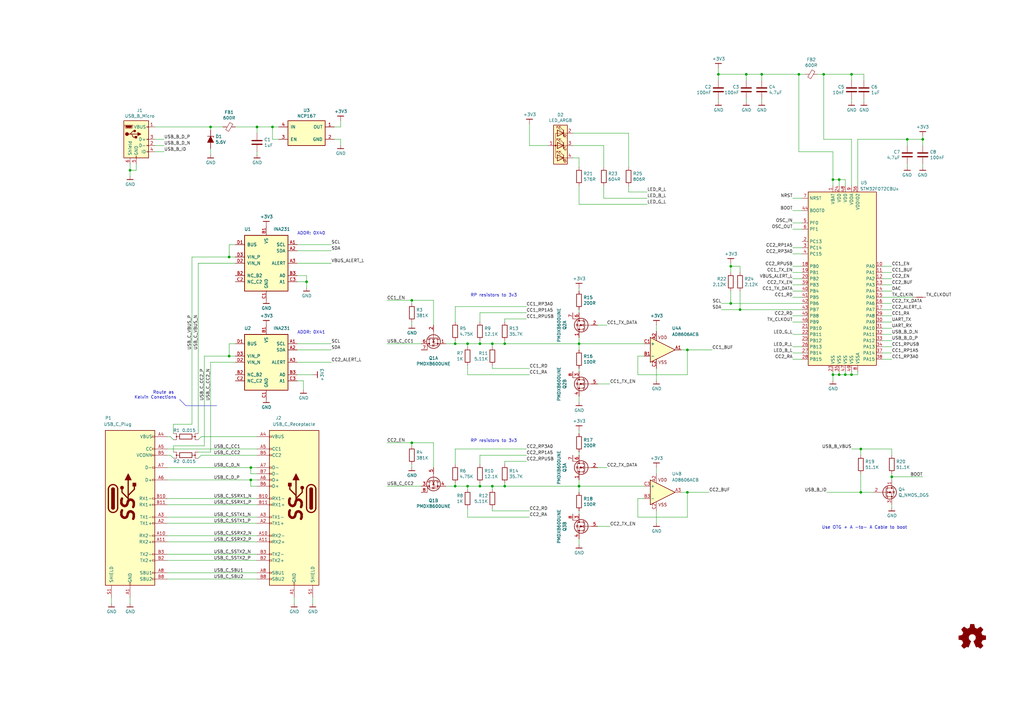
<source format=kicad_sch>
(kicad_sch (version 20230121) (generator eeschema)
  (paper "A3")
  (title_block (title "ClockClock Module") (date "2019-03-23") (rev "r0_1") (company "GsD"))
  (junction (at 353.06 201.93))
  (junction (at 344.17 153.67))
  (junction (at 102.87 191.77))
  (junction (at 201.93 140.97))
  (junction (at 191.77 140.97))
  (junction (at 312.42 30.48))
  (junction (at 168.91 181.61))
  (junction (at 294.64 30.48))
  (junction (at 299.72 109.22))
  (junction (at 207.01 140.97))
  (junction (at 337.82 30.48))
  (junction (at 111.76 52.07))
  (junction (at 353.06 184.15))
  (junction (at 237.49 199.39))
  (junction (at 186.69 199.39))
  (junction (at 341.63 153.67))
  (junction (at 53.34 69.85))
  (junction (at 125.73 115.57))
  (junction (at 196.85 199.39))
  (junction (at 196.85 140.97))
  (junction (at 237.49 140.97))
  (junction (at 349.25 153.67))
  (junction (at 191.77 199.39))
  (junction (at 93.98 105.41))
  (junction (at 102.87 196.85))
  (junction (at 186.69 140.97))
  (junction (at 306.07 30.48))
  (junction (at 201.93 199.39))
  (junction (at 303.53 127))
  (junction (at 281.94 201.93))
  (junction (at 105.41 52.07))
  (junction (at 346.71 153.67))
  (junction (at 365.76 195.58))
  (junction (at 349.25 30.48))
  (junction (at 378.46 57.15))
  (junction (at 299.72 124.46))
  (junction (at 168.91 123.19))
  (junction (at 207.01 199.39))
  (junction (at 327.66 30.48))
  (junction (at 341.63 73.66))
  (junction (at 344.17 73.66))
  (junction (at 281.94 143.51))
  (junction (at 372.11 57.15))
  (junction (at 86.36 52.07))
  (junction (at 93.98 146.05))
  (wire (pts (xy 353.06 184.15) (xy 349.25 184.15)))
  (wire (pts (xy 196.85 132.08) (xy 196.85 128.27)))
  (wire (pts (xy 354.33 40.64) (xy 354.33 41.91)))
  (wire (pts (xy 344.17 73.66) (xy 341.63 73.66)))
  (wire (pts (xy 328.93 114.3) (xy 325.12 114.3)))
  (wire (pts (xy 196.85 139.7) (xy 196.85 140.97)))
  (wire (pts (xy 299.72 109.22) (xy 299.72 107.95)))
  (wire (pts (xy 245.11 191.77) (xy 248.92 191.77)))
  (wire (pts (xy 196.85 198.12) (xy 196.85 199.39)))
  (wire (pts (xy 207.01 132.08) (xy 207.01 130.81)))
  (wire (pts (xy 186.69 190.5) (xy 186.69 184.15)))
  (wire (pts (xy 327.66 62.23) (xy 327.66 30.48)))
  (wire (pts (xy 372.11 67.31) (xy 372.11 68.58)))
  (wire (pts (xy 121.92 143.51) (xy 135.89 143.51)))
  (wire (pts (xy 247.65 81.28) (xy 265.43 81.28)))
  (wire (pts (xy 269.24 194.31) (xy 269.24 191.77)))
  (wire (pts (xy 349.25 153.67) (xy 346.71 153.67)))
  (wire (pts (xy 177.8 181.61) (xy 177.8 191.77)))
  (wire (pts (xy 172.72 199.39) (xy 158.75 199.39)))
  (wire (pts (xy 341.63 76.2) (xy 341.63 73.66)))
  (wire (pts (xy 237.49 83.82) (xy 265.43 83.82)))
  (wire (pts (xy 168.91 124.46) (xy 168.91 123.19)))
  (wire (pts (xy 361.95 129.54) (xy 365.76 129.54)))
  (wire (pts (xy 105.41 179.07) (xy 82.55 179.07)))
  (wire (pts (xy 306.07 30.48) (xy 294.64 30.48)))
  (wire (pts (xy 96.52 140.97) (xy 93.98 140.97)))
  (wire (pts (xy 312.42 30.48) (xy 327.66 30.48)))
  (wire (pts (xy 354.33 30.48) (xy 349.25 30.48)))
  (wire (pts (xy 207.01 198.12) (xy 207.01 199.39)))
  (wire (pts (xy 196.85 140.97) (xy 201.93 140.97)))
  (wire (pts (xy 55.88 69.85) (xy 53.34 69.85)))
  (wire (pts (xy 68.58 234.95) (xy 105.41 234.95)))
  (wire (pts (xy 361.95 139.7) (xy 365.76 139.7)))
  (wire (pts (xy 121.92 148.59) (xy 135.89 148.59)))
  (wire (pts (xy 63.5 62.23) (xy 67.31 62.23)))
  (wire (pts (xy 328.93 86.36) (xy 325.12 86.36)))
  (wire (pts (xy 105.41 54.61) (xy 105.41 52.07)))
  (wire (pts (xy 237.49 118.11) (xy 237.49 119.38)))
  (polyline (pts (xy 76.2 166.37) (xy 88.9 166.37)))
  (wire (pts (xy 361.95 147.32) (xy 365.76 147.32)))
  (wire (pts (xy 245.11 215.9) (xy 250.19 215.9)))
  (wire (pts (xy 201.93 140.97) (xy 207.01 140.97)))
  (wire (pts (xy 328.93 111.76) (xy 325.12 111.76)))
  (wire (pts (xy 351.79 153.67) (xy 349.25 153.67)))
  (wire (pts (xy 102.87 199.39) (xy 102.87 196.85)))
  (wire (pts (xy 207.01 130.81) (xy 215.9 130.81)))
  (wire (pts (xy 269.24 135.89) (xy 269.24 133.35)))
  (wire (pts (xy 121.92 107.95) (xy 135.89 107.95)))
  (wire (pts (xy 372.11 57.15) (xy 351.79 57.15)))
  (wire (pts (xy 351.79 152.4) (xy 351.79 153.67)))
  (wire (pts (xy 378.46 59.69) (xy 378.46 57.15)))
  (wire (pts (xy 237.49 143.51) (xy 237.49 140.97)))
  (wire (pts (xy 237.49 76.2) (xy 237.49 83.82)))
  (wire (pts (xy 361.95 121.92) (xy 374.65 121.92)))
  (wire (pts (xy 361.95 137.16) (xy 365.76 137.16)))
  (wire (pts (xy 124.46 156.21) (xy 124.46 160.02)))
  (wire (pts (xy 237.49 199.39) (xy 264.16 199.39)))
  (wire (pts (xy 120.65 245.11) (xy 120.65 247.65)))
  (wire (pts (xy 137.16 57.15) (xy 139.7 57.15)))
  (wire (pts (xy 341.63 62.23) (xy 327.66 62.23)))
  (wire (pts (xy 237.49 162.56) (xy 237.49 165.1)))
  (wire (pts (xy 53.34 67.31) (xy 53.34 69.85)))
  (wire (pts (xy 172.72 140.97) (xy 158.75 140.97)))
  (wire (pts (xy 114.3 57.15) (xy 111.76 57.15)))
  (wire (pts (xy 328.93 109.22) (xy 325.12 109.22)))
  (wire (pts (xy 121.92 153.67) (xy 128.27 153.67)))
  (wire (pts (xy 102.87 191.77) (xy 105.41 191.77)))
  (wire (pts (xy 121.92 156.21) (xy 124.46 156.21)))
  (wire (pts (xy 217.17 59.69) (xy 217.17 50.8)))
  (wire (pts (xy 83.82 146.05) (xy 93.98 146.05)))
  (wire (pts (xy 344.17 76.2) (xy 344.17 73.66)))
  (wire (pts (xy 349.25 57.15) (xy 337.82 57.15)))
  (wire (pts (xy 354.33 33.02) (xy 354.33 30.48)))
  (wire (pts (xy 71.12 182.88) (xy 71.12 185.42)))
  (wire (pts (xy 264.16 146.05) (xy 261.62 146.05)))
  (wire (pts (xy 346.71 73.66) (xy 344.17 73.66)))
  (wire (pts (xy 55.88 67.31) (xy 55.88 69.85)))
  (wire (pts (xy 361.95 132.08) (xy 365.76 132.08)))
  (wire (pts (xy 361.95 142.24) (xy 365.76 142.24)))
  (wire (pts (xy 361.95 111.76) (xy 365.76 111.76)))
  (wire (pts (xy 201.93 199.39) (xy 207.01 199.39)))
  (wire (pts (xy 191.77 142.24) (xy 191.77 140.97)))
  (wire (pts (xy 328.93 144.78) (xy 325.12 144.78)))
  (wire (pts (xy 96.52 52.07) (xy 105.41 52.07)))
  (wire (pts (xy 68.58 196.85) (xy 102.87 196.85)))
  (wire (pts (xy 328.93 81.28) (xy 325.12 81.28)))
  (wire (pts (xy 68.58 214.63) (xy 105.41 214.63)))
  (wire (pts (xy 137.16 52.07) (xy 139.7 52.07)))
  (wire (pts (xy 294.64 30.48) (xy 294.64 27.94)))
  (wire (pts (xy 168.91 191.77) (xy 168.91 190.5)))
  (wire (pts (xy 365.76 196.85) (xy 365.76 195.58)))
  (wire (pts (xy 257.81 78.74) (xy 265.43 78.74)))
  (wire (pts (xy 361.95 144.78) (xy 365.76 144.78)))
  (wire (pts (xy 365.76 208.28) (xy 365.76 207.01)))
  (wire (pts (xy 201.93 151.13) (xy 217.17 151.13)))
  (wire (pts (xy 86.36 60.96) (xy 86.36 63.5)))
  (wire (pts (xy 186.69 140.97) (xy 191.77 140.97)))
  (wire (pts (xy 121.92 140.97) (xy 135.89 140.97)))
  (wire (pts (xy 102.87 196.85) (xy 105.41 196.85)))
  (wire (pts (xy 257.81 76.2) (xy 257.81 78.74)))
  (wire (pts (xy 125.73 113.03) (xy 125.73 115.57)))
  (wire (pts (xy 261.62 204.47) (xy 261.62 212.09)))
  (wire (pts (xy 237.49 220.98) (xy 237.49 223.52)))
  (wire (pts (xy 237.49 201.93) (xy 237.49 199.39)))
  (wire (pts (xy 237.49 185.42) (xy 237.49 186.69)))
  (wire (pts (xy 306.07 40.64) (xy 306.07 41.91)))
  (wire (pts (xy 207.01 190.5) (xy 207.01 189.23)))
  (wire (pts (xy 121.92 102.87) (xy 135.89 102.87)))
  (wire (pts (xy 207.01 139.7) (xy 207.01 140.97)))
  (wire (pts (xy 361.95 127) (xy 365.76 127)))
  (wire (pts (xy 237.49 199.39) (xy 237.49 196.85)))
  (wire (pts (xy 365.76 195.58) (xy 365.76 194.31)))
  (wire (pts (xy 328.93 129.54) (xy 325.12 129.54)))
  (wire (pts (xy 312.42 40.64) (xy 312.42 41.91)))
  (wire (pts (xy 86.36 148.59) (xy 86.36 185.42)))
  (wire (pts (xy 312.42 30.48) (xy 306.07 30.48)))
  (wire (pts (xy 111.76 52.07) (xy 105.41 52.07)))
  (wire (pts (xy 102.87 194.31) (xy 102.87 191.77)))
  (wire (pts (xy 234.95 64.77) (xy 237.49 64.77)))
  (wire (pts (xy 328.93 127) (xy 303.53 127)))
  (wire (pts (xy 279.4 201.93) (xy 281.94 201.93)))
  (wire (pts (xy 303.53 111.76) (xy 303.53 109.22)))
  (wire (pts (xy 361.95 119.38) (xy 365.76 119.38)))
  (wire (pts (xy 201.93 208.28) (xy 201.93 209.55)))
  (wire (pts (xy 111.76 57.15) (xy 111.76 52.07)))
  (wire (pts (xy 168.91 181.61) (xy 177.8 181.61)))
  (wire (pts (xy 341.63 152.4) (xy 341.63 153.67)))
  (wire (pts (xy 69.85 179.07) (xy 71.12 180.34)))
  (wire (pts (xy 264.16 204.47) (xy 261.62 204.47)))
  (wire (pts (xy 186.69 139.7) (xy 186.69 140.97)))
  (wire (pts (xy 337.82 30.48) (xy 335.28 30.48)))
  (wire (pts (xy 86.36 148.59) (xy 96.52 148.59)))
  (wire (pts (xy 191.77 199.39) (xy 196.85 199.39)))
  (wire (pts (xy 186.69 184.15) (xy 215.9 184.15)))
  (wire (pts (xy 261.62 153.67) (xy 281.94 153.67)))
  (wire (pts (xy 353.06 186.69) (xy 353.06 184.15)))
  (wire (pts (xy 361.95 109.22) (xy 365.76 109.22)))
  (wire (pts (xy 346.71 76.2) (xy 346.71 73.66)))
  (wire (pts (xy 328.93 137.16) (xy 325.12 137.16)))
  (wire (pts (xy 128.27 245.11) (xy 128.27 247.65)))
  (wire (pts (xy 196.85 128.27) (xy 215.9 128.27)))
  (wire (pts (xy 82.55 179.07) (xy 81.28 180.34)))
  (wire (pts (xy 81.28 107.95) (xy 96.52 107.95)))
  (wire (pts (xy 365.76 195.58) (xy 378.46 195.58)))
  (wire (pts (xy 328.93 142.24) (xy 325.12 142.24)))
  (wire (pts (xy 105.41 62.23) (xy 105.41 63.5)))
  (wire (pts (xy 237.49 152.4) (xy 237.49 151.13)))
  (wire (pts (xy 303.53 127) (xy 295.91 127)))
  (wire (pts (xy 191.77 153.67) (xy 217.17 153.67)))
  (wire (pts (xy 93.98 105.41) (xy 96.52 105.41)))
  (wire (pts (xy 327.66 30.48) (xy 330.2 30.48)))
  (wire (pts (xy 237.49 140.97) (xy 237.49 138.43)))
  (wire (pts (xy 378.46 57.15) (xy 378.46 55.88)))
  (wire (pts (xy 168.91 123.19) (xy 177.8 123.19)))
  (wire (pts (xy 372.11 59.69) (xy 372.11 57.15)))
  (wire (pts (xy 69.85 186.69) (xy 68.58 186.69)))
  (wire (pts (xy 201.93 200.66) (xy 201.93 199.39)))
  (wire (pts (xy 201.93 209.55) (xy 217.17 209.55)))
  (wire (pts (xy 196.85 186.69) (xy 215.9 186.69)))
  (wire (pts (xy 378.46 67.31) (xy 378.46 68.58)))
  (wire (pts (xy 168.91 182.88) (xy 168.91 181.61)))
  (wire (pts (xy 353.06 194.31) (xy 353.06 201.93)))
  (wire (pts (xy 294.64 40.64) (xy 294.64 41.91)))
  (wire (pts (xy 139.7 57.15) (xy 139.7 59.69)))
  (wire (pts (xy 168.91 181.61) (xy 158.75 181.61)))
  (wire (pts (xy 139.7 52.07) (xy 139.7 49.53)))
  (wire (pts (xy 247.65 76.2) (xy 247.65 81.28)))
  (wire (pts (xy 93.98 140.97) (xy 93.98 146.05)))
  (wire (pts (xy 224.79 59.69) (xy 217.17 59.69)))
  (wire (pts (xy 53.34 69.85) (xy 53.34 72.39)))
  (wire (pts (xy 358.14 201.93) (xy 353.06 201.93)))
  (wire (pts (xy 328.93 121.92) (xy 325.12 121.92)))
  (wire (pts (xy 245.11 157.48) (xy 250.19 157.48)))
  (wire (pts (xy 372.11 57.15) (xy 378.46 57.15)))
  (wire (pts (xy 361.95 134.62) (xy 365.76 134.62)))
  (wire (pts (xy 361.95 124.46) (xy 365.76 124.46)))
  (wire (pts (xy 68.58 229.87) (xy 105.41 229.87)))
  (wire (pts (xy 81.28 187.96) (xy 82.55 186.69)))
  (wire (pts (xy 196.85 199.39) (xy 201.93 199.39)))
  (polyline (pts (xy 73.66 163.83) (xy 76.2 166.37)))
  (wire (pts (xy 361.95 114.3) (xy 365.76 114.3)))
  (wire (pts (xy 114.3 52.07) (xy 111.76 52.07)))
  (wire (pts (xy 196.85 190.5) (xy 196.85 186.69)))
  (wire (pts (xy 341.63 153.67) (xy 341.63 156.21)))
  (wire (pts (xy 234.95 54.61) (xy 257.81 54.61)))
  (wire (pts (xy 349.25 33.02) (xy 349.25 30.48)))
  (wire (pts (xy 349.25 40.64) (xy 349.25 41.91)))
  (wire (pts (xy 365.76 184.15) (xy 365.76 186.69)))
  (wire (pts (xy 177.8 123.19) (xy 177.8 133.35)))
  (wire (pts (xy 86.36 53.34) (xy 86.36 52.07)))
  (wire (pts (xy 234.95 59.69) (xy 247.65 59.69)))
  (wire (pts (xy 68.58 207.01) (xy 105.41 207.01)))
  (wire (pts (xy 207.01 199.39) (xy 237.49 199.39)))
  (wire (pts (xy 269.24 209.55) (xy 269.24 214.63)))
  (wire (pts (xy 96.52 100.33) (xy 93.98 100.33)))
  (wire (pts (xy 83.82 146.05) (xy 83.82 182.88)))
  (wire (pts (xy 63.5 57.15) (xy 67.31 57.15)))
  (wire (pts (xy 68.58 227.33) (xy 105.41 227.33)))
  (wire (pts (xy 328.93 119.38) (xy 325.12 119.38)))
  (wire (pts (xy 245.11 133.35) (xy 248.92 133.35)))
  (wire (pts (xy 63.5 59.69) (xy 67.31 59.69)))
  (wire (pts (xy 45.72 245.11) (xy 45.72 247.65)))
  (wire (pts (xy 312.42 33.02) (xy 312.42 30.48)))
  (wire (pts (xy 281.94 201.93) (xy 290.83 201.93)))
  (wire (pts (xy 105.41 199.39) (xy 102.87 199.39)))
  (wire (pts (xy 71.12 177.8) (xy 71.12 173.99)))
  (wire (pts (xy 86.36 52.07) (xy 63.5 52.07)))
  (wire (pts (xy 349.25 76.2) (xy 349.25 57.15)))
  (wire (pts (xy 68.58 191.77) (xy 102.87 191.77)))
  (wire (pts (xy 201.93 142.24) (xy 201.93 140.97)))
  (wire (pts (xy 299.72 119.38) (xy 299.72 124.46)))
  (wire (pts (xy 346.71 153.67) (xy 344.17 153.67)))
  (wire (pts (xy 68.58 219.71) (xy 105.41 219.71)))
  (wire (pts (xy 93.98 100.33) (xy 93.98 105.41)))
  (wire (pts (xy 71.12 182.88) (xy 83.82 182.88)))
  (wire (pts (xy 121.92 100.33) (xy 135.89 100.33)))
  (wire (pts (xy 344.17 153.67) (xy 341.63 153.67)))
  (wire (pts (xy 328.93 124.46) (xy 299.72 124.46)))
  (wire (pts (xy 69.85 186.69) (xy 71.12 187.96)))
  (wire (pts (xy 237.49 140.97) (xy 264.16 140.97)))
  (wire (pts (xy 168.91 133.35) (xy 168.91 132.08)))
  (wire (pts (xy 351.79 57.15) (xy 351.79 76.2)))
  (wire (pts (xy 81.28 177.8) (xy 81.28 107.95)))
  (wire (pts (xy 93.98 146.05) (xy 96.52 146.05)))
  (wire (pts (xy 361.95 116.84) (xy 365.76 116.84)))
  (wire (pts (xy 186.69 198.12) (xy 186.69 199.39)))
  (wire (pts (xy 191.77 140.97) (xy 196.85 140.97)))
  (wire (pts (xy 349.25 152.4) (xy 349.25 153.67)))
  (wire (pts (xy 68.58 237.49) (xy 105.41 237.49)))
  (wire (pts (xy 207.01 189.23) (xy 215.9 189.23)))
  (wire (pts (xy 182.88 199.39) (xy 186.69 199.39)))
  (wire (pts (xy 349.25 30.48) (xy 337.82 30.48)))
  (wire (pts (xy 261.62 146.05) (xy 261.62 153.67)))
  (wire (pts (xy 105.41 194.31) (xy 102.87 194.31)))
  (wire (pts (xy 53.34 245.11) (xy 53.34 247.65)))
  (wire (pts (xy 281.94 153.67) (xy 281.94 143.51)))
  (wire (pts (xy 191.77 208.28) (xy 191.77 212.09)))
  (wire (pts (xy 247.65 59.69) (xy 247.65 68.58)))
  (wire (pts (xy 121.92 113.03) (xy 125.73 113.03)))
  (wire (pts (xy 346.71 152.4) (xy 346.71 153.67)))
  (wire (pts (xy 341.63 73.66) (xy 341.63 62.23)))
  (wire (pts (xy 68.58 222.25) (xy 105.41 222.25)))
  (wire (pts (xy 186.69 132.08) (xy 186.69 125.73)))
  (wire (pts (xy 121.92 115.57) (xy 125.73 115.57)))
  (wire (pts (xy 71.12 173.99) (xy 78.74 173.99)))
  (wire (pts (xy 237.49 127) (xy 237.49 128.27)))
  (wire (pts (xy 191.77 200.66) (xy 191.77 199.39)))
  (wire (pts (xy 269.24 151.13) (xy 269.24 156.21)))
  (wire (pts (xy 237.49 176.53) (xy 237.49 177.8)))
  (wire (pts (xy 353.06 184.15) (xy 365.76 184.15)))
  (wire (pts (xy 237.49 210.82) (xy 237.49 209.55)))
  (wire (pts (xy 191.77 149.86) (xy 191.77 153.67)))
  (wire (pts (xy 68.58 184.15) (xy 105.41 184.15)))
  (wire (pts (xy 68.58 212.09) (xy 105.41 212.09)))
  (wire (pts (xy 303.53 109.22) (xy 299.72 109.22)))
  (wire (pts (xy 201.93 149.86) (xy 201.93 151.13)))
  (wire (pts (xy 68.58 204.47) (xy 105.41 204.47)))
  (wire (pts (xy 299.72 111.76) (xy 299.72 109.22)))
  (wire (pts (xy 328.93 116.84) (xy 325.12 116.84)))
  (wire (pts (xy 328.93 93.98) (xy 325.12 93.98)))
  (wire (pts (xy 82.55 186.69) (xy 105.41 186.69)))
  (wire (pts (xy 281.94 143.51) (xy 292.1 143.51)))
  (wire (pts (xy 281.94 212.09) (xy 281.94 201.93)))
  (wire (pts (xy 328.93 147.32) (xy 325.12 147.32)))
  (wire (pts (xy 306.07 33.02) (xy 306.07 30.48)))
  (wire (pts (xy 328.93 101.6) (xy 325.12 101.6)))
  (wire (pts (xy 191.77 212.09) (xy 217.17 212.09)))
  (wire (pts (xy 69.85 179.07) (xy 68.58 179.07)))
  (wire (pts (xy 328.93 91.44) (xy 325.12 91.44)))
  (wire (pts (xy 353.06 201.93) (xy 339.09 201.93)))
  (wire (pts (xy 207.01 140.97) (xy 237.49 140.97)))
  (wire (pts (xy 237.49 64.77) (xy 237.49 68.58)))
  (wire (pts (xy 168.91 123.19) (xy 158.75 123.19)))
  (wire (pts (xy 78.74 105.41) (xy 93.98 105.41)))
  (wire (pts (xy 294.64 33.02) (xy 294.64 30.48)))
  (wire (pts (xy 328.93 104.14) (xy 325.12 104.14)))
  (wire (pts (xy 261.62 212.09) (xy 281.94 212.09)))
  (wire (pts (xy 337.82 57.15) (xy 337.82 30.48)))
  (wire (pts (xy 78.74 173.99) (xy 78.74 105.41)))
  (wire (pts (xy 182.88 140.97) (xy 186.69 140.97)))
  (wire (pts (xy 299.72 124.46) (xy 295.91 124.46)))
  (wire (pts (xy 279.4 143.51) (xy 281.94 143.51)))
  (wire (pts (xy 81.28 185.42) (xy 86.36 185.42)))
  (wire (pts (xy 328.93 132.08) (xy 325.12 132.08)))
  (wire (pts (xy 257.81 54.61) (xy 257.81 68.58)))
  (wire (pts (xy 125.73 115.57) (xy 125.73 118.11)))
  (wire (pts (xy 344.17 152.4) (xy 344.17 153.67)))
  (wire (pts (xy 303.53 119.38) (xy 303.53 127)))
  (wire (pts (xy 91.44 52.07) (xy 86.36 52.07)))
  (wire (pts (xy 186.69 125.73) (xy 215.9 125.73)))
  (wire (pts (xy 186.69 199.39) (xy 191.77 199.39)))
  (text "RP resistors to 3v3" (at 212.09 181.61 0) (effects (font (size 1.27 1.27)) (justify right bottom)))
  (text "ADDR: 0X40" (at 121.92 96.52 0) (effects (font (size 1.27 1.27)) (justify left bottom)))
  (text "ADDR: 0X41\n" (at 121.92 137.16 0) (effects (font (size 1.27 1.27)) (justify left bottom)))
  (text "RP resistors to 3v3" (at 212.09 121.92 0) (effects (font (size 1.27 1.27)) (justify right bottom)))
  (text "Route as \nKelvin Conections" (at 72.39 163.83 0) (effects (font (size 1.27 1.27)) (justify right bottom)))
  (text "Use OTG + A -to- A Cable to boot" (at 372.11 217.17 0) (effects (font (size 1.27 1.27)) (justify right bottom)))
  (label "USB_C_SSRX1_N" (at 87.63 204.47 0))
  (label "OSC_OUT" (at 325.12 93.98 180))
  (label "TX_CLKOUT" (at 379.73 121.92 0))
  (label "LED_R_L" (at 265.43 78.74 0))
  (label "CC2_EN" (at 158.75 181.61 0))
  (label "CC2_BUF" (at 290.83 201.93 0))
  (label "CC2_RPUSB" (at 215.9 189.23 0))
  (label "CC1_BUF" (at 292.1 143.51 0))
  (label "TX_CLKOUT" (at 325.12 132.08 180))
  (label "CC2_RP1A5" (at 215.9 186.69 0))
  (label "CC1_EN" (at 365.76 109.22 0))
  (label "USB_C_SBU1" (at 87.63 234.95 0))
  (label "CC2_RP3A0" (at 215.9 184.15 0))
  (label "BOOT" (at 325.12 86.36 180))
  (label "USB_C_SBU2" (at 87.63 237.49 0))
  (label "CC1_TX_EN" (at 250.19 157.48 0))
  (label "CC1_TX_DATA" (at 248.92 133.35 0))
  (label "USB_C_CC1" (at 87.63 184.15 0))
  (label "USB_C_SSTX2_N" (at 87.63 227.33 0))
  (label "USB_C_D_N" (at 87.63 191.77 0))
  (label "CC1_RPUSB" (at 365.76 142.24 0))
  (label "LED_G_L" (at 265.43 83.82 0))
  (label "USB_C_SSRX2_P" (at 87.63 222.25 0))
  (label "USB_B_D_P" (at 67.31 57.15 0))
  (label "SDA" (at 295.91 127 180))
  (label "USB_B_D_N" (at 67.31 59.69 0))
  (label "VBUS_ALERT_L" (at 135.89 107.95 0))
  (label "CC1_TX_EN" (at 325.12 111.76 180))
  (label "CC2_TX_EN" (at 325.12 116.84 180))
  (label "USB_B_ID" (at 67.31 62.23 0))
  (label "USB_B_D_P" (at 365.76 139.7 0))
  (label "CC1_RP1A5" (at 365.76 144.78 0))
  (label "SDA" (at 135.89 102.87 0))
  (label "CC2_TX_DATA" (at 365.76 124.46 0))
  (label "CC2_TX_DATA" (at 248.92 191.77 0))
  (label "USB_C_SSTX2_P" (at 87.63 229.87 0))
  (label "TX_CLKIN" (at 365.76 121.92 0))
  (label "CC1_RA" (at 217.17 153.67 0))
  (label "LED_R_L" (at 325.12 142.24 180))
  (label "CC1_RP3A0" (at 215.9 125.73 0))
  (label "USB_C_CC2_P" (at 83.82 151.13 270))
  (label "CC1_RD" (at 325.12 121.92 180))
  (label "USB_C_SSTX1_N" (at 87.63 212.09 0))
  (label "CC1_EN" (at 158.75 123.19 0))
  (label "USB_C_CC1" (at 158.75 140.97 0))
  (label "CC1_RP3A0" (at 365.76 147.32 0))
  (label "CC2_RD" (at 217.17 209.55 0))
  (label "LED_G_L" (at 325.12 137.16 180))
  (label "VBUS_ALERT_L" (at 325.12 114.3 180))
  (label "SCL" (at 295.91 124.46 180))
  (label "UART_RX" (at 365.76 134.62 0))
  (label "CC1_BUF" (at 365.76 111.76 0))
  (label "NRST" (at 325.12 81.28 180))
  (label "USB_C_D_P" (at 87.63 196.85 0))
  (label "CC1_RPUSB" (at 215.9 130.81 0))
  (label "CC2_EN" (at 365.76 114.3 0))
  (label "CC2_ALERT_L" (at 135.89 148.59 0))
  (label "CC2_RP1A5" (at 325.12 101.6 180))
  (label "USB_C_VBUS_N" (at 81.28 143.51 90))
  (label "CC1_RD" (at 217.17 151.13 0))
  (label "UART_TX" (at 365.76 132.08 0))
  (label "CC2_RA" (at 217.17 212.09 0))
  (label "CC2_ALERT_L" (at 365.76 127 0))
  (label "USB_C_VBUS_P" (at 78.74 143.51 90))
  (label "BOOT" (at 378.46 195.58 180))
  (label "CC2_BUF" (at 365.76 116.84 0))
  (label "USB_B_VBUS" (at 349.25 184.15 180))
  (label "CC2_RP3A0" (at 325.12 104.14 180))
  (label "CC1_RP1A5" (at 215.9 128.27 0))
  (label "CC2_RPUSB" (at 325.12 109.22 180))
  (label "CC2_RA" (at 325.12 147.32 180))
  (label "CC1_RA" (at 365.76 129.54 0))
  (label "USB_C_SSRX1_P" (at 87.63 207.01 0))
  (label "SCL" (at 135.89 140.97 0))
  (label "USB_C_SSTX1_P" (at 87.63 214.63 0))
  (label "CC1_TX_DATA" (at 325.12 119.38 180))
  (label "OSC_IN" (at 325.12 91.44 180))
  (label "USB_C_CC2_N" (at 86.36 151.13 270))
  (label "SDA" (at 135.89 143.51 0))
  (label "USB_C_CC2" (at 158.75 199.39 0))
  (label "DAC" (at 365.76 119.38 0))
  (label "USB_C_SSRX2_N" (at 87.63 219.71 0))
  (label "CC2_RD" (at 325.12 129.54 180))
  (label "LED_B_L" (at 265.43 81.28 0))
  (label "USB_B_D_N" (at 365.76 137.16 0))
  (label "CC2_TX_EN" (at 250.19 215.9 0))
  (label "SCL" (at 135.89 100.33 0))
  (label "USB_C_CC2" (at 87.63 186.69 0))
  (label "LED_B_L" (at 325.12 144.78 180))
  (label "USB_B_ID" (at 339.09 201.93 180))
  (symbol (lib_id "FreshTwinkie-rescue:INA231-gkl_sensor") (at 109.22 147.32 0) (mirror y) (unit 1)
    (property "Reference" "U2" (at 101.6 134.62 0))
    (property "Value" "INA231" (at 115.57 134.62 0))
    (property "Footprint" "gkl_housings_bga:DSBGA-12_1.56x1.39mm_Layout3x4_P0.4mm" (effects hide))
    (property "Mfg" "Texas Instruments" (effects hide))
    (property "PN" "INA231AIYFFR" (effects hide))
  )
  (symbol (lib_id "FreshTwinkie-rescue:INA231-gkl_sensor") (at 109.22 106.68 0) (mirror y) (unit 1)
    (property "Reference" "U1" (at 101.6 93.98 0))
    (property "Value" "INA231" (at 115.57 93.98 0))
    (property "Footprint" "gkl_housings_bga:DSBGA-12_1.56x1.39mm_Layout3x4_P0.4mm" (effects hide))
    (property "Mfg" "Texas Instruments" (effects hide))
    (property "PN" "INA231AIYFFR" (effects hide))
  )
  (symbol (lib_id "FreshTwinkie-rescue:USB_C_Plug-Connector") (at 53.34 204.47 0) (unit 1)
    (property "Reference" "P1" (at 44.45 171.45 0))
    (property "Value" "USB_C_Plug" (at 48.26 173.99 0))
    (property "Footprint" "Connector_USB:USB_C_Plug_Molex_105444" (effects hide))
    (property "Datasheet" "https://www.usb.org/sites/default/files/documents/usb_type-c.zip" (effects hide))
    (property "Mfg" "Wurth Electronics Inc." (effects hide))
    (property "PN" "632712000021" (effects hide))
  )
  (symbol (lib_id "FreshTwinkie-rescue:USB_C_Receptacle-Connector") (at 120.65 204.47 0) (mirror y) (unit 1)
    (property "Reference" "J2" (at 113.03 171.45 0) (effects (justify right)))
    (property "Value" "USB_C_Receptacle" (at 111.76 173.99 0) (effects (justify right)))
    (property "Footprint" "Connector_USB:USB_C_Receptacle_Amphenol_12401610E4-2A" (effects hide))
    (property "Datasheet" "https://www.usb.org/sites/default/files/documents/usb_type-c.zip" (effects hide))
    (property "PN" "12401610E4#2A" (effects hide))
    (property "Mfg" "Amphenol ICC (Commercial Products)" (effects hide))
  )
  (symbol (lib_id "FreshTwinkie-rescue:AD8606ACB-gkl_misc") (at 271.78 143.51 0) (unit 1)
    (property "Reference" "U4" (at 275.59 134.62 0) (effects (justify left)))
    (property "Value" "AD8606ACB" (at 275.59 137.16 0) (effects (justify left)))
    (property "Footprint" "gkl_housings_bga:WLCSP-8 3X3_0.5" (effects hide))
    (property "Datasheet" "https://www.analog.com/media/en/technical-documentation/data-sheets/AD8605_8606_8608.pdf" (effects hide))
    (property "PN" "AD8606ACBZ-REEL7" (effects hide))
    (property "Mfg" "Analog Devices Inc." (effects hide))
  )
  (symbol (lib_id "FreshTwinkie-rescue:AD8606ACB-gkl_misc") (at 271.78 201.93 0) (unit 2)
    (property "Reference" "U4" (at 275.59 194.31 0) (effects (justify left)))
    (property "Value" "AD8606ACB" (at 275.59 196.85 0) (effects (justify left)))
    (property "Footprint" "gkl_housings_bga:WLCSP-8 3X3_0.5" (effects hide))
    (property "Datasheet" "https://www.analog.com/media/en/technical-documentation/data-sheets/AD8605_8606_8608.pdf" (effects hide))
    (property "PN" "AD8606ACBZ-REEL7" (effects hide))
    (property "Mfg" "Analog Devices Inc." (effects hide))
  )
  (symbol (lib_id "FreshTwinkie-rescue:PMDXB600UNE-gkl_mosfet") (at 177.8 138.43 90) (mirror x) (unit 1)
    (property "Reference" "Q1" (at 177.8 146.8882 90))
    (property "Value" "PMDXB600UNE" (at 177.8 149.1996 90))
    (property "Footprint" "gkl_housings_qfn:DFN1010B-6 (SOT1216)" (effects hide))
    (property "Datasheet" "https://assets.nexperia.com/documents/data-sheet/PMDXB600UNE.pdf" (effects hide))
    (property "PN" "PMDXB600UNEZ" (effects hide))
    (property "Mfg" "Nexperia USA Inc." (effects hide))
  )
  (symbol (lib_id "FreshTwinkie-rescue:PMDXB600UNE-gkl_mosfet") (at 177.8 196.85 90) (mirror x) (unit 2)
    (property "Reference" "Q1" (at 177.8 205.3082 90))
    (property "Value" "PMDXB600UNE" (at 177.8 207.6196 90))
    (property "Footprint" "gkl_housings_qfn:DFN1010B-6 (SOT1216)" (effects hide))
    (property "Datasheet" "https://assets.nexperia.com/documents/data-sheet/PMDXB600UNE.pdf" (effects hide))
    (property "PN" "PMDXB600UNEZ" (effects hide))
    (property "Mfg" "Nexperia USA Inc." (effects hide))
  )
  (symbol (lib_id "FreshTwinkie-rescue:GND-gkl_power") (at 45.72 247.65 0) (unit 1)
    (property "Reference" "#PWR0101" (effects hide))
    (property "Value" "GND" (at 45.7962 250.8504 0))
  )
  (symbol (lib_id "FreshTwinkie-rescue:GND-gkl_power") (at 53.34 247.65 0) (unit 1)
    (property "Reference" "#PWR0102" (effects hide))
    (property "Value" "GND" (at 53.4162 250.8504 0))
  )
  (symbol (lib_id "FreshTwinkie-rescue:GND-gkl_power") (at 120.65 247.65 0) (unit 1)
    (property "Reference" "#PWR0103" (effects hide))
    (property "Value" "GND" (at 120.7262 250.8504 0))
  )
  (symbol (lib_id "FreshTwinkie-rescue:GND-gkl_power") (at 128.27 247.65 0) (unit 1)
    (property "Reference" "#PWR0104" (effects hide))
    (property "Value" "GND" (at 128.3462 250.8504 0))
  )
  (symbol (lib_id "FreshTwinkie-rescue:4W_R-gkl_misc") (at 76.2 186.69 90) (mirror x) (unit 1)
    (property "Reference" "R2" (at 72.39 189.23 90))
    (property "Value" "0.015" (at 77.47 189.23 90))
    (property "Footprint" "gkl_dipol:4W_R_1206" (effects hide))
    (property "Mfg" "Vishay Dale" (effects hide))
    (property "PN" "WSK1206R0150FEA18" (effects hide))
  )
  (symbol (lib_id "FreshTwinkie-rescue:4W_R-gkl_misc") (at 76.2 179.07 270) (unit 1)
    (property "Reference" "R1" (at 72.39 176.53 90))
    (property "Value" "0.015" (at 77.47 176.53 90))
    (property "Footprint" "gkl_dipol:4W_R_1206" (effects hide))
    (property "Mfg" "Vishay Dale" (effects hide))
    (property "PN" "WSK1206R0150FEA18" (effects hide))
  )
  (symbol (lib_id "Device:R") (at 168.91 128.27 0) (unit 1)
    (property "Reference" "R3" (at 170.688 127.1016 0) (effects (justify left)))
    (property "Value" "381K" (at 170.688 129.413 0) (effects (justify left)))
    (property "Footprint" "gkl_dipol:R_0201" (effects hide))
    (property "PN" "RC0201FR-07383KL" (effects hide))
    (property "Mfg" "Yageo" (effects hide))
  )
  (symbol (lib_id "FreshTwinkie-rescue:GND-gkl_power") (at 168.91 133.35 0) (unit 1)
    (property "Reference" "#PWR0105" (effects hide))
    (property "Value" "GND" (at 168.9862 136.5504 0))
  )
  (symbol (lib_id "Device:R") (at 186.69 135.89 0) (unit 1)
    (property "Reference" "R5" (at 188.468 134.7216 0) (effects (justify left)))
    (property "Value" "4.75K" (at 188.468 137.033 0) (effects (justify left)))
    (property "Footprint" "gkl_dipol:R_0201" (effects hide))
    (property "PN" "RC0201FR-074K75L" (effects hide))
    (property "Mfg" "Yageo" (effects hide))
  )
  (symbol (lib_id "Device:R") (at 196.85 135.89 0) (unit 1)
    (property "Reference" "R9" (at 198.628 134.7216 0) (effects (justify left)))
    (property "Value" "12.1K" (at 198.628 137.033 0) (effects (justify left)))
    (property "Footprint" "gkl_dipol:R_0201" (effects hide))
    (property "PN" "RC0201FR-0712K1L" (effects hide))
    (property "Mfg" "Yageo" (effects hide))
  )
  (symbol (lib_id "Device:R") (at 207.01 135.89 0) (unit 1)
    (property "Reference" "R13" (at 208.788 134.7216 0) (effects (justify left)))
    (property "Value" "35.7K" (at 208.788 137.033 0) (effects (justify left)))
    (property "Footprint" "gkl_dipol:R_0201" (effects hide))
    (property "PN" "RC0201FR-0735K7L" (effects hide))
    (property "Mfg" "Yageo" (effects hide))
  )
  (symbol (lib_id "FreshTwinkie-rescue:GND-gkl_power") (at 109.22 163.83 0) (unit 1)
    (property "Reference" "#PWR0113" (effects hide))
    (property "Value" "GND" (at 109.2962 167.0304 0))
  )
  (symbol (lib_id "FreshTwinkie-rescue:GND-gkl_power") (at 109.22 123.19 0) (unit 1)
    (property "Reference" "#PWR0114" (effects hide))
    (property "Value" "GND" (at 109.2962 126.3904 0))
  )
  (symbol (lib_id "FreshTwinkie-rescue:+3V3-gkl_power") (at 109.22 133.35 0) (unit 1)
    (property "Reference" "#PWR0115" (effects hide))
    (property "Value" "+3V3" (at 109.2962 129.5146 0))
  )
  (symbol (lib_id "FreshTwinkie-rescue:+3V3-gkl_power") (at 109.22 92.71 0) (unit 1)
    (property "Reference" "#PWR0116" (effects hide))
    (property "Value" "+3V3" (at 109.2962 88.8746 0))
  )
  (symbol (lib_id "Device:R") (at 191.77 146.05 0) (mirror x) (unit 1)
    (property "Reference" "R7" (at 189.992 144.8816 0) (effects (justify right)))
    (property "Value" "1K" (at 189.992 147.193 0) (effects (justify right)))
    (property "Footprint" "gkl_dipol:R_0201" (effects hide))
    (property "PN" "RC0201FR-071KL" (effects hide))
    (property "Mfg" "Yageo" (effects hide))
  )
  (symbol (lib_id "Device:R") (at 201.93 146.05 0) (mirror x) (unit 1)
    (property "Reference" "R11" (at 200.1774 144.8816 0) (effects (justify right)))
    (property "Value" "5.11K" (at 200.1774 147.193 0) (effects (justify right)))
    (property "Footprint" "gkl_dipol:R_0201" (effects hide))
    (property "PN" "RC0201FR-075K11L" (effects hide))
    (property "Mfg" "Yageo" (effects hide))
  )
  (symbol (lib_id "Device:R") (at 237.49 147.32 0) (unit 1)
    (property "Reference" "R16" (at 239.268 146.1516 0) (effects (justify left)))
    (property "Value" "100R" (at 239.268 148.463 0) (effects (justify left)))
    (property "Footprint" "gkl_dipol:R_0201" (effects hide))
    (property "PN" "RC0201FR-07100RL" (effects hide))
    (property "Mfg" "Yageo" (effects hide))
  )
  (symbol (lib_id "Device:R") (at 237.49 123.19 0) (unit 1)
    (property "Reference" "R15" (at 239.268 122.0216 0) (effects (justify left)))
    (property "Value" "200R" (at 239.268 124.333 0) (effects (justify left)))
    (property "Footprint" "gkl_dipol:R_0201" (effects hide))
    (property "PN" "RC0201FR-07200RL" (effects hide))
    (property "Mfg" "Yageo" (effects hide))
  )
  (symbol (lib_id "FreshTwinkie-rescue:+3V3-gkl_power") (at 237.49 118.11 0) (unit 1)
    (property "Reference" "#PWR0106" (effects hide))
    (property "Value" "+3V3" (at 237.5662 114.2746 0))
  )
  (symbol (lib_id "FreshTwinkie-rescue:GND-gkl_power") (at 237.49 165.1 0) (unit 1)
    (property "Reference" "#PWR0107" (effects hide))
    (property "Value" "GND" (at 237.5662 168.3004 0))
  )
  (symbol (lib_id "FreshTwinkie-rescue:GND-gkl_power") (at 269.24 214.63 0) (unit 1)
    (property "Reference" "#PWR0124" (effects hide))
    (property "Value" "GND" (at 269.3162 217.8304 0))
  )
  (symbol (lib_id "FreshTwinkie-rescue:GND-gkl_power") (at 269.24 156.21 0) (unit 1)
    (property "Reference" "#PWR0125" (effects hide))
    (property "Value" "GND" (at 269.3162 159.4104 0))
  )
  (symbol (lib_id "FreshTwinkie-rescue:+3V3-gkl_power") (at 269.24 133.35 0) (unit 1)
    (property "Reference" "#PWR0126" (effects hide))
    (property "Value" "+3V3" (at 269.3162 129.5146 0))
  )
  (symbol (lib_id "FreshTwinkie-rescue:+3V3-gkl_power") (at 269.24 191.77 0) (unit 1)
    (property "Reference" "#PWR0127" (effects hide))
    (property "Value" "+3V3" (at 269.3162 187.9346 0))
  )
  (symbol (lib_id "Device:R") (at 168.91 186.69 0) (unit 1)
    (property "Reference" "R4" (at 170.688 185.5216 0) (effects (justify left)))
    (property "Value" "381K" (at 170.688 187.833 0) (effects (justify left)))
    (property "Footprint" "gkl_dipol:R_0201" (effects hide))
    (property "PN" "RC0201FR-07383KL" (effects hide))
    (property "Mfg" "Yageo" (effects hide))
  )
  (symbol (lib_id "FreshTwinkie-rescue:GND-gkl_power") (at 168.91 191.77 0) (unit 1)
    (property "Reference" "#PWR0108" (effects hide))
    (property "Value" "GND" (at 168.9862 194.9704 0))
  )
  (symbol (lib_id "Device:R") (at 186.69 194.31 0) (unit 1)
    (property "Reference" "R6" (at 188.468 193.1416 0) (effects (justify left)))
    (property "Value" "4.75K" (at 188.468 195.453 0) (effects (justify left)))
    (property "Footprint" "gkl_dipol:R_0201" (effects hide))
    (property "PN" "RC0201FR-074K75L" (effects hide))
    (property "Mfg" "Yageo" (effects hide))
  )
  (symbol (lib_id "Device:R") (at 196.85 194.31 0) (unit 1)
    (property "Reference" "R10" (at 198.628 193.1416 0) (effects (justify left)))
    (property "Value" "12.1K" (at 198.628 195.453 0) (effects (justify left)))
    (property "Footprint" "gkl_dipol:R_0201" (effects hide))
    (property "PN" "RC0201FR-0712K1L" (effects hide))
    (property "Mfg" "Yageo" (effects hide))
  )
  (symbol (lib_id "Device:R") (at 191.77 204.47 0) (mirror x) (unit 1)
    (property "Reference" "R8" (at 189.992 203.3016 0) (effects (justify right)))
    (property "Value" "1K" (at 189.992 205.613 0) (effects (justify right)))
    (property "Footprint" "gkl_dipol:R_0201" (effects hide))
    (property "PN" "RC0201FR-071KL" (effects hide))
    (property "Mfg" "Yageo" (effects hide))
  )
  (symbol (lib_id "Device:R") (at 201.93 204.47 0) (mirror x) (unit 1)
    (property "Reference" "R12" (at 200.1774 203.3016 0) (effects (justify right)))
    (property "Value" "5.11K" (at 200.1774 205.613 0) (effects (justify right)))
    (property "Footprint" "gkl_dipol:R_0201" (effects hide))
    (property "PN" "RC0201FR-075K11L" (effects hide))
    (property "Mfg" "Yageo" (effects hide))
  )
  (symbol (lib_id "Device:R") (at 207.01 194.31 0) (unit 1)
    (property "Reference" "R14" (at 208.788 193.1416 0) (effects (justify left)))
    (property "Value" "35.7K" (at 208.788 195.453 0) (effects (justify left)))
    (property "Footprint" "gkl_dipol:R_0201" (effects hide))
    (property "PN" "RC0201FR-0735K7L" (effects hide))
    (property "Mfg" "Yageo" (effects hide))
  )
  (symbol (lib_id "Device:R") (at 237.49 205.74 0) (unit 1)
    (property "Reference" "R18" (at 239.268 204.5716 0) (effects (justify left)))
    (property "Value" "100R" (at 239.268 206.883 0) (effects (justify left)))
    (property "Footprint" "gkl_dipol:R_0201" (effects hide))
    (property "PN" "RC0201FR-07100RL" (effects hide))
    (property "Mfg" "Yageo" (effects hide))
  )
  (symbol (lib_id "Device:R") (at 237.49 181.61 0) (unit 1)
    (property "Reference" "R17" (at 239.268 180.4416 0) (effects (justify left)))
    (property "Value" "200R" (at 239.268 182.753 0) (effects (justify left)))
    (property "Footprint" "gkl_dipol:R_0201" (effects hide))
    (property "PN" "RC0201FR-07200RL" (effects hide))
    (property "Mfg" "Yageo" (effects hide))
  )
  (symbol (lib_id "FreshTwinkie-rescue:+3V3-gkl_power") (at 237.49 176.53 0) (unit 1)
    (property "Reference" "#PWR0109" (effects hide))
    (property "Value" "+3V3" (at 237.5662 172.6946 0))
  )
  (symbol (lib_id "FreshTwinkie-rescue:GND-gkl_power") (at 237.49 223.52 0) (unit 1)
    (property "Reference" "#PWR0110" (effects hide))
    (property "Value" "GND" (at 237.5662 226.7204 0))
  )
  (symbol (lib_id "FreshTwinkie-rescue:GND-gkl_power") (at 125.73 118.11 0) (unit 1)
    (property "Reference" "#PWR0117" (effects hide))
    (property "Value" "GND" (at 125.8062 121.3104 0))
  )
  (symbol (lib_id "Graphic:Logo_Open_Hardware_Small") (at 398.78 261.62 0) (unit 1)
    (property "Reference" "#LOGO1" (effects hide))
    (property "Value" "Logo_Open_Hardware_Small" (effects hide))
  )
  (symbol (lib_id "FreshTwinkie-rescue:STM32F072CBUx-MCU_ST_STM32F0") (at 346.71 114.3 0) (unit 1)
    (property "Reference" "U5" (at 354.33 74.93 0))
    (property "Value" "STM32F072CBUx" (at 360.68 77.47 0))
    (property "Footprint" "Package_DFN_QFN:QFN-48-1EP_7x7mm_P0.5mm_EP5.6x5.6mm" (effects hide))
    (property "Datasheet" "http://www.st.com/st-web-ui/static/active/en/resource/technical/document/datasheet/DM00090510.pdf" (effects hide))
    (property "Mfg" "STMicroelectronics" (effects hide))
    (property "PN" "STM32F072CBU6" (effects hide))
  )
  (symbol (lib_id "Device:LED_ARGB") (at 229.87 59.69 0) (mirror y) (unit 1)
    (property "Reference" "D2" (at 229.87 47.0662 0))
    (property "Value" "LED_ARGB" (at 229.87 49.3776 0))
    (property "Footprint" "gkl_led:0404LED_RGB" (effects hide))
  )
  (symbol (lib_id "FreshTwinkie-rescue:GND-gkl_power") (at 341.63 156.21 0) (unit 1)
    (property "Reference" "#PWR0111" (effects hide))
    (property "Value" "GND" (at 341.7062 159.4104 0))
  )
  (symbol (lib_id "FreshTwinkie-rescue:GND-gkl_power") (at 124.46 160.02 0) (unit 1)
    (property "Reference" "#PWR0118" (effects hide))
    (property "Value" "GND" (at 124.5362 163.2204 0))
  )
  (symbol (lib_id "FreshTwinkie-rescue:+3V3-gkl_power") (at 128.27 153.67 270) (unit 1)
    (property "Reference" "#PWR0119" (effects hide))
    (property "Value" "+3V3" (at 132.1054 153.7462 0))
  )
  (symbol (lib_id "FreshTwinkie-rescue:+3V3-gkl_power") (at 217.17 50.8 0) (unit 1)
    (property "Reference" "#PWR0129" (effects hide))
    (property "Value" "+3V3" (at 217.2462 46.9646 0))
  )
  (symbol (lib_id "Device:R") (at 237.49 72.39 0) (unit 1)
    (property "Reference" "R21" (at 239.268 71.2216 0) (effects (justify left)))
    (property "Value" "576R" (at 239.268 73.533 0) (effects (justify left)))
    (property "Footprint" "gkl_dipol:R_0201" (effects hide))
    (property "PN" "RC0201FR-07576RL" (effects hide))
    (property "Mfg" "Yageo" (effects hide))
  )
  (symbol (lib_id "Device:R") (at 247.65 72.39 0) (unit 1)
    (property "Reference" "R23" (at 249.428 71.2216 0) (effects (justify left)))
    (property "Value" "604R" (at 249.428 73.533 0) (effects (justify left)))
    (property "Footprint" "gkl_dipol:R_0201" (effects hide))
    (property "PN" "RC0201FR-07604RL" (effects hide))
    (property "Mfg" "Yageo" (effects hide))
  )
  (symbol (lib_id "Device:R") (at 257.81 72.39 0) (unit 1)
    (property "Reference" "R25" (at 259.588 71.2216 0) (effects (justify left)))
    (property "Value" "806R" (at 259.588 73.533 0) (effects (justify left)))
    (property "Footprint" "gkl_dipol:R_0201" (effects hide))
    (property "PN" "RC0201FR-07806RL" (effects hide))
    (property "Mfg" "Yageo" (effects hide))
  )
  (symbol (lib_id "FreshTwinkie-rescue:NCP167-gkl_pmic") (at 125.73 54.61 0) (unit 1)
    (property "Reference" "U3" (at 125.73 45.2628 0))
    (property "Value" "NCP167" (at 125.73 47.5742 0))
    (property "Footprint" "gkl_housings_son:X2SON_4_1.0x1.0mm" (effects hide))
    (property "Mfg" "ON Semiconductor" (effects hide))
    (property "PN" "NCP167BMX330TBG" (effects hide))
  )
  (symbol (lib_id "FreshTwinkie-rescue:GND-gkl_power") (at 53.34 72.39 0) (unit 1)
    (property "Reference" "#PWR0128" (effects hide))
    (property "Value" "GND" (at 53.4162 75.5904 0))
  )
  (symbol (lib_id "FreshTwinkie-rescue:Net-Tie_2-Device") (at 377.19 121.92 0) (unit 1)
    (property "Reference" "NT1" (effects hide))
    (property "Value" "Net-Tie_2" (effects hide))
    (property "Footprint" "NetTie:NetTie-2_SMD_Pad0.5mm" (effects hide))
  )
  (symbol (lib_id "Device:Q_NMOS_DGS") (at 363.22 201.93 0) (unit 1)
    (property "Reference" "Q4" (at 368.4524 200.7616 0) (effects (justify left)))
    (property "Value" "Q_NMOS_DGS" (at 368.4524 203.073 0) (effects (justify left)))
    (property "Footprint" "gkl_housings_qfn:MOSFET_1.0x0.6mm" (effects hide))
    (property "Mfg" "Texas Instruments" (effects hide))
    (property "PN" "CSD13381F4" (effects hide))
  )
  (symbol (lib_id "FreshTwinkie-rescue:GND-gkl_power") (at 365.76 208.28 0) (unit 1)
    (property "Reference" "#PWR0112" (effects hide))
    (property "Value" "GND" (at 365.8362 211.4804 0))
  )
  (symbol (lib_id "Device:R") (at 353.06 190.5 0) (unit 1)
    (property "Reference" "R19" (at 354.838 189.3316 0) (effects (justify left)))
    (property "Value" "51.1K" (at 354.838 191.643 0) (effects (justify left)))
    (property "Footprint" "gkl_dipol:R_0201" (effects hide))
    (property "PN" "RC0201FR-0751k1L" (effects hide))
    (property "Mfg" "Yageo" (effects hide))
  )
  (symbol (lib_id "Device:R") (at 365.76 190.5 0) (unit 1)
    (property "Reference" "R20" (at 367.538 189.3316 0) (effects (justify left)))
    (property "Value" "51.1K" (at 367.538 191.643 0) (effects (justify left)))
    (property "Footprint" "gkl_dipol:R_0201" (effects hide))
    (property "PN" "RC0201FR-0751k1L" (effects hide))
    (property "Mfg" "Yageo" (effects hide))
  )
  (symbol (lib_id "FreshTwinkie-rescue:PMDXB600UNE-gkl_mosfet") (at 240.03 215.9 0) (mirror y) (unit 2)
    (property "Reference" "Q3" (at 231.5718 215.9 90))
    (property "Value" "PMDXB600UNE" (at 229.2604 215.9 90))
    (property "Footprint" "gkl_housings_qfn:DFN1010B-6 (SOT1216)" (effects hide))
    (property "Datasheet" "https://assets.nexperia.com/documents/data-sheet/PMDXB600UNE.pdf" (effects hide))
    (property "PN" "PMDXB600UNEZ" (effects hide))
    (property "Mfg" "Nexperia USA Inc." (effects hide))
  )
  (symbol (lib_id "FreshTwinkie-rescue:PMDXB600UNE-gkl_mosfet") (at 240.03 191.77 0) (mirror y) (unit 1)
    (property "Reference" "Q3" (at 231.5718 191.77 90))
    (property "Value" "PMDXB600UNE" (at 229.2604 191.77 90))
    (property "Footprint" "gkl_housings_qfn:DFN1010B-6 (SOT1216)" (effects hide))
    (property "Datasheet" "https://assets.nexperia.com/documents/data-sheet/PMDXB600UNE.pdf" (effects hide))
    (property "PN" "PMDXB600UNEZ" (effects hide))
    (property "Mfg" "Nexperia USA Inc." (effects hide))
  )
  (symbol (lib_id "FreshTwinkie-rescue:PMDXB600UNE-gkl_mosfet") (at 240.03 133.35 0) (mirror y) (unit 1)
    (property "Reference" "Q2" (at 231.5718 133.35 90))
    (property "Value" "PMDXB600UNE" (at 229.2604 133.35 90))
    (property "Footprint" "gkl_housings_qfn:DFN1010B-6 (SOT1216)" (effects hide))
    (property "Datasheet" "https://assets.nexperia.com/documents/data-sheet/PMDXB600UNE.pdf" (effects hide))
    (property "PN" "PMDXB600UNEZ" (effects hide))
    (property "Mfg" "Nexperia USA Inc." (effects hide))
  )
  (symbol (lib_id "FreshTwinkie-rescue:PMDXB600UNE-gkl_mosfet") (at 240.03 157.48 0) (mirror y) (unit 2)
    (property "Reference" "Q2" (at 231.5718 157.48 90))
    (property "Value" "PMDXB600UNE" (at 229.2604 157.48 90))
    (property "Footprint" "gkl_housings_qfn:DFN1010B-6 (SOT1216)" (effects hide))
    (property "Datasheet" "https://assets.nexperia.com/documents/data-sheet/PMDXB600UNE.pdf" (effects hide))
    (property "PN" "PMDXB600UNEZ" (effects hide))
    (property "Mfg" "Nexperia USA Inc." (effects hide))
  )
  (symbol (lib_id "FreshTwinkie-rescue:USB_B_Micro-Connector") (at 55.88 57.15 0) (unit 1)
    (property "Reference" "J1" (at 57.3278 45.2882 0))
    (property "Value" "USB_B_Micro" (at 57.3278 47.5996 0))
    (property "Footprint" "Connector_USB:USB_Micro-B_GCT_USB3076-30-A" (effects hide))
    (property "Mfg" "GCT" (effects hide))
    (property "PN" "USB3076-30-A" (effects hide))
  )
  (symbol (lib_id "FreshTwinkie-rescue:D_Zener_ALT-Device") (at 86.36 57.15 270) (unit 1)
    (property "Reference" "D1" (at 88.3666 55.9816 90) (effects (justify left)))
    (property "Value" "5.6V" (at 88.3666 58.293 90) (effects (justify left)))
    (property "Footprint" "Diode_SMD:D_0402_1005Metric" (effects hide))
  )
  (symbol (lib_id "FreshTwinkie-rescue:Ferrite_Bead_Small-Device") (at 93.98 52.07 270) (unit 1)
    (property "Reference" "FB1" (at 93.98 46.0502 90))
    (property "Value" "600R" (at 93.98 48.3616 90))
    (property "Footprint" "pkl_dipol:L_0402" (effects hide))
    (property "Mfg" "Murata Electronics North America" (effects hide))
    (property "PN" "BLM15AG601SN1D" (effects hide))
  )
  (symbol (lib_id "Device:R") (at 303.53 115.57 0) (unit 1)
    (property "Reference" "R24" (at 305.308 114.4016 0) (effects (justify left)))
    (property "Value" "2.12K" (at 305.308 116.713 0) (effects (justify left)))
    (property "Footprint" "gkl_dipol:R_0201" (effects hide))
    (property "PN" "RC0201FR-072k1L" (effects hide))
    (property "Mfg" "Yageo" (effects hide))
  )
  (symbol (lib_id "Device:R") (at 299.72 115.57 0) (unit 1)
    (property "Reference" "R22" (at 297.9674 114.4016 0) (effects (justify right)))
    (property "Value" "2.12K" (at 297.9674 116.713 0) (effects (justify right)))
    (property "Footprint" "gkl_dipol:R_0201" (effects hide))
    (property "PN" "RC0201FR-072k1L" (effects hide))
    (property "Mfg" "Yageo" (effects hide))
  )
  (symbol (lib_id "Device:C") (at 105.41 58.42 0) (unit 1)
    (property "Reference" "C1" (at 108.331 57.2516 0) (effects (justify left)))
    (property "Value" "1uF" (at 108.331 59.563 0) (effects (justify left)))
    (property "Footprint" "pkl_dipol:C_0402" (effects hide))
    (property "Mfg" "Samsung Electro-Mechanics" (effects hide))
    (property "PN" "CL05A105MQ5NNNC" (effects hide))
  )
  (symbol (lib_id "Device:C") (at 312.42 36.83 0) (unit 1)
    (property "Reference" "C4" (at 315.341 35.6616 0) (effects (justify left)))
    (property "Value" "4.7uF" (at 315.341 37.973 0) (effects (justify left)))
    (property "Footprint" "pkl_dipol:C_0402" (effects hide))
    (property "Mfg" "Samsung Electro-Mechanics" (effects hide))
    (property "PN" "CL05A475MQ5NRNC" (effects hide))
  )
  (symbol (lib_id "FreshTwinkie-rescue:GND-gkl_power") (at 312.42 41.91 0) (unit 1)
    (property "Reference" "#PWR0130" (effects hide))
    (property "Value" "GND" (at 312.4962 45.1104 0))
  )
  (symbol (lib_id "FreshTwinkie-rescue:Ferrite_Bead_Small-Device") (at 332.74 30.48 270) (unit 1)
    (property "Reference" "FB2" (at 332.74 24.4602 90))
    (property "Value" "600R" (at 332.74 26.7716 90))
    (property "Footprint" "pkl_dipol:L_0402" (effects hide))
    (property "Mfg" "Murata Electronics North America" (effects hide))
    (property "PN" "BLM15AG601SN1D" (effects hide))
  )
  (symbol (lib_id "Device:C") (at 354.33 36.83 0) (unit 1)
    (property "Reference" "C6" (at 357.251 35.6616 0) (effects (justify left)))
    (property "Value" "1uF" (at 357.251 37.973 0) (effects (justify left)))
    (property "Footprint" "pkl_dipol:C_0402" (effects hide))
    (property "Mfg" "Samsung Electro-Mechanics" (effects hide))
    (property "PN" "CL05A105MQ5NNNC" (effects hide))
  )
  (symbol (lib_id "FreshTwinkie-rescue:GND-gkl_power") (at 354.33 41.91 0) (unit 1)
    (property "Reference" "#PWR0131" (effects hide))
    (property "Value" "GND" (at 354.4062 45.1104 0))
  )
  (symbol (lib_id "FreshTwinkie-rescue:GND-gkl_power") (at 139.7 59.69 0) (unit 1)
    (property "Reference" "#PWR0120" (effects hide))
    (property "Value" "GND" (at 139.7762 62.8904 0))
  )
  (symbol (lib_id "FreshTwinkie-rescue:GND-gkl_power") (at 105.41 63.5 0) (unit 1)
    (property "Reference" "#PWR0121" (effects hide))
    (property "Value" "GND" (at 105.4862 66.7004 0))
  )
  (symbol (lib_id "FreshTwinkie-rescue:GND-gkl_power") (at 86.36 63.5 0) (unit 1)
    (property "Reference" "#PWR0122" (effects hide))
    (property "Value" "GND" (at 86.4362 66.7004 0))
  )
  (symbol (lib_id "FreshTwinkie-rescue:+3V3-gkl_power") (at 299.72 107.95 0) (unit 1)
    (property "Reference" "#PWR0139" (effects hide))
    (property "Value" "+3V3" (at 299.7962 104.1146 0))
  )
  (symbol (lib_id "Device:C") (at 306.07 36.83 0) (unit 1)
    (property "Reference" "C3" (at 303.1744 35.6616 0) (effects (justify right)))
    (property "Value" "100nF" (at 303.1744 37.973 0) (effects (justify right)))
    (property "Footprint" "pkl_dipol:C_0201" (effects hide))
    (property "Mfg" "Samsung Electro-Mechanics" (effects hide))
    (property "PN" "CL03A104KQ3NNNC" (effects hide))
  )
  (symbol (lib_id "FreshTwinkie-rescue:GND-gkl_power") (at 306.07 41.91 0) (unit 1)
    (property "Reference" "#PWR0132" (effects hide))
    (property "Value" "GND" (at 306.1462 45.1104 0))
  )
  (symbol (lib_id "FreshTwinkie-rescue:+3V3-gkl_power") (at 139.7 49.53 0) (unit 1)
    (property "Reference" "#PWR0123" (effects hide))
    (property "Value" "+3V3" (at 139.7762 45.6946 0))
  )
  (symbol (lib_id "Device:C") (at 349.25 36.83 0) (unit 1)
    (property "Reference" "C5" (at 346.3544 35.6616 0) (effects (justify right)))
    (property "Value" "10nF" (at 346.3544 37.973 0) (effects (justify right)))
    (property "Footprint" "pkl_dipol:C_0201" (effects hide))
    (property "Mfg" "Samsung Electro-Mechanics" (effects hide))
    (property "PN" "CL03B103KP3NNNC" (effects hide))
  )
  (symbol (lib_id "FreshTwinkie-rescue:GND-gkl_power") (at 349.25 41.91 0) (unit 1)
    (property "Reference" "#PWR0133" (effects hide))
    (property "Value" "GND" (at 349.3262 45.1104 0))
  )
  (symbol (lib_id "Device:C") (at 294.64 36.83 0) (unit 1)
    (property "Reference" "C2" (at 291.7444 35.6616 0) (effects (justify right)))
    (property "Value" "100nF" (at 291.7444 37.973 0) (effects (justify right)))
    (property "Footprint" "pkl_dipol:C_0201" (effects hide))
    (property "Mfg" "Samsung Electro-Mechanics" (effects hide))
    (property "PN" "CL03A104KQ3NNNC" (effects hide))
  )
  (symbol (lib_id "FreshTwinkie-rescue:GND-gkl_power") (at 294.64 41.91 0) (unit 1)
    (property "Reference" "#PWR0134" (effects hide))
    (property "Value" "GND" (at 294.7162 45.1104 0))
  )
  (symbol (lib_id "FreshTwinkie-rescue:+3V3-gkl_power") (at 294.64 27.94 0) (unit 1)
    (property "Reference" "#PWR0135" (effects hide))
    (property "Value" "+3V3" (at 294.7162 24.1046 0))
  )
  (symbol (lib_id "Device:C") (at 372.11 63.5 0) (mirror y) (unit 1)
    (property "Reference" "C7" (at 369.189 62.3316 0) (effects (justify left)))
    (property "Value" "4.7uF" (at 369.189 64.643 0) (effects (justify left)))
    (property "Footprint" "pkl_dipol:C_0402" (effects hide))
    (property "Mfg" "Samsung Electro-Mechanics" (effects hide))
    (property "PN" "CL05A475MQ5NRNC" (effects hide))
  )
  (symbol (lib_id "FreshTwinkie-rescue:GND-gkl_power") (at 372.11 68.58 0) (mirror y) (unit 1)
    (property "Reference" "#PWR0136" (effects hide))
    (property "Value" "GND" (at 372.0338 71.7804 0))
  )
  (symbol (lib_id "Device:C") (at 378.46 63.5 0) (mirror y) (unit 1)
    (property "Reference" "C8" (at 381.3556 62.3316 0) (effects (justify right)))
    (property "Value" "100nF" (at 381.3556 64.643 0) (effects (justify right)))
    (property "Footprint" "pkl_dipol:C_0201" (effects hide))
    (property "Mfg" "Samsung Electro-Mechanics" (effects hide))
    (property "PN" "CL03A104KQ3NNNC" (effects hide))
  )
  (symbol (lib_id "FreshTwinkie-rescue:GND-gkl_power") (at 378.46 68.58 0) (mirror y) (unit 1)
    (property "Reference" "#PWR0137" (effects hide))
    (property "Value" "GND" (at 378.3838 71.7804 0))
  )
  (symbol (lib_id "FreshTwinkie-rescue:+3V3-gkl_power") (at 378.46 55.88 0) (mirror y) (unit 1)
    (property "Reference" "#PWR0138" (effects hide))
    (property "Value" "+3V3" (at 378.3838 52.0446 0))
  )
)
</source>
